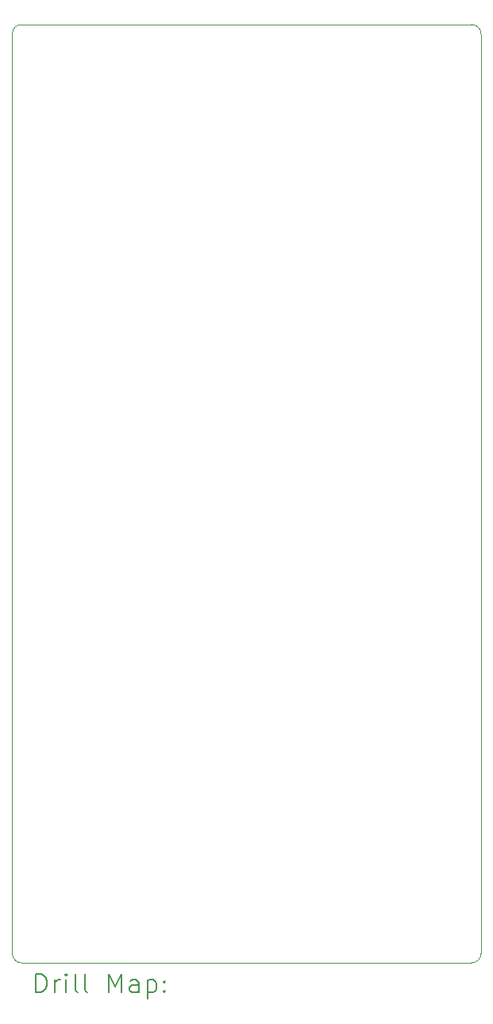
<source format=gbr>
%FSLAX45Y45*%
G04 Gerber Fmt 4.5, Leading zero omitted, Abs format (unit mm)*
G04 Created by KiCad (PCBNEW (6.0.2)) date 2022-03-15 10:05:38*
%MOMM*%
%LPD*%
G01*
G04 APERTURE LIST*
%TA.AperFunction,Profile*%
%ADD10C,0.100000*%
%TD*%
%ADD11C,0.200000*%
G04 APERTURE END LIST*
D10*
X15600000Y-15100000D02*
G75*
G03*
X15700000Y-15000000I0J100000D01*
G01*
X15700000Y-5200000D02*
G75*
G03*
X15600000Y-5100000I-100000J0D01*
G01*
X10800000Y-5100000D02*
G75*
G03*
X10700000Y-5200000I0J-100000D01*
G01*
X15600000Y-15100000D02*
X10800000Y-15100000D01*
X15700000Y-5200000D02*
X15700000Y-15000000D01*
X10700000Y-15000000D02*
G75*
G03*
X10800000Y-15100000I100000J0D01*
G01*
X10700000Y-15000000D02*
X10700000Y-5200000D01*
X10800000Y-5100000D02*
X15600000Y-5100000D01*
D11*
X10952619Y-15415476D02*
X10952619Y-15215476D01*
X11000238Y-15215476D01*
X11028810Y-15225000D01*
X11047857Y-15244048D01*
X11057381Y-15263095D01*
X11066905Y-15301190D01*
X11066905Y-15329762D01*
X11057381Y-15367857D01*
X11047857Y-15386905D01*
X11028810Y-15405952D01*
X11000238Y-15415476D01*
X10952619Y-15415476D01*
X11152619Y-15415476D02*
X11152619Y-15282143D01*
X11152619Y-15320238D02*
X11162143Y-15301190D01*
X11171667Y-15291667D01*
X11190714Y-15282143D01*
X11209762Y-15282143D01*
X11276428Y-15415476D02*
X11276428Y-15282143D01*
X11276428Y-15215476D02*
X11266905Y-15225000D01*
X11276428Y-15234524D01*
X11285952Y-15225000D01*
X11276428Y-15215476D01*
X11276428Y-15234524D01*
X11400238Y-15415476D02*
X11381190Y-15405952D01*
X11371667Y-15386905D01*
X11371667Y-15215476D01*
X11505000Y-15415476D02*
X11485952Y-15405952D01*
X11476428Y-15386905D01*
X11476428Y-15215476D01*
X11733571Y-15415476D02*
X11733571Y-15215476D01*
X11800238Y-15358333D01*
X11866905Y-15215476D01*
X11866905Y-15415476D01*
X12047857Y-15415476D02*
X12047857Y-15310714D01*
X12038333Y-15291667D01*
X12019286Y-15282143D01*
X11981190Y-15282143D01*
X11962143Y-15291667D01*
X12047857Y-15405952D02*
X12028809Y-15415476D01*
X11981190Y-15415476D01*
X11962143Y-15405952D01*
X11952619Y-15386905D01*
X11952619Y-15367857D01*
X11962143Y-15348809D01*
X11981190Y-15339286D01*
X12028809Y-15339286D01*
X12047857Y-15329762D01*
X12143095Y-15282143D02*
X12143095Y-15482143D01*
X12143095Y-15291667D02*
X12162143Y-15282143D01*
X12200238Y-15282143D01*
X12219286Y-15291667D01*
X12228809Y-15301190D01*
X12238333Y-15320238D01*
X12238333Y-15377381D01*
X12228809Y-15396428D01*
X12219286Y-15405952D01*
X12200238Y-15415476D01*
X12162143Y-15415476D01*
X12143095Y-15405952D01*
X12324048Y-15396428D02*
X12333571Y-15405952D01*
X12324048Y-15415476D01*
X12314524Y-15405952D01*
X12324048Y-15396428D01*
X12324048Y-15415476D01*
X12324048Y-15291667D02*
X12333571Y-15301190D01*
X12324048Y-15310714D01*
X12314524Y-15301190D01*
X12324048Y-15291667D01*
X12324048Y-15310714D01*
M02*

</source>
